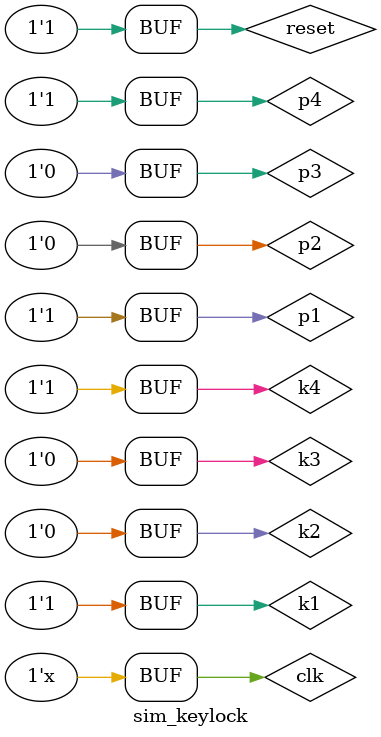
<source format=v>
`timescale 1ns / 1ps


module sim_keylock( );
reg reset;
reg k1,k2,k3,k4;
reg p1,p2,p3,p4;
reg clk;
wire red,green,warn;
initial clk=0;
always #5 clk=~clk;
initial
begin
    reset=0;
    k1=0;
    k2=0;
    k3=0;
    k4=0;
    p1=0;
    p2=0;
    p3=0;
    p4=0;
    #5 reset=1;
   
end
always begin
   #10 k1=0;k2=1;k3=1;k4=1;
   #10 p1=1;p2=0;p3=0;p4=0;
   #10 k1=0;k2=1;k3=1;k4=1;
   #10 p1=1;p2=1;p3=0;p4=0;
   #10 k1=1;k2=1;k3=1;k4=0;
   #10 p1=1;p2=0;p3=1;p4=0;
   #10 k1=1;k2=1;k3=0;k4=1;
   #10 p1=1;p2=0;p3=0;p4=1;
   #10 k1=0;k2=0;k3=0;k4=1;
   #10 p1=1;p2=0;p3=0;p4=0;
   #10 k1=0;k2=0;k3=1;k4=1;
   #10 p1=1;p2=1;p3=0;p4=0;
   #10 k1=0;k2=1;k3=1;k4=0;
   #10 p1=1;p2=0;p3=1;p4=0;
   #10 k1=1;k2=0;k3=0;k4=1;
   #10 p1=1;p2=0;p3=0;p4=1;
   
       
   end
keylock ul(clk,reset,k1,k2,k3,k4,p1,p2,p3,p4,red,green,warn);
    


endmodule

</source>
